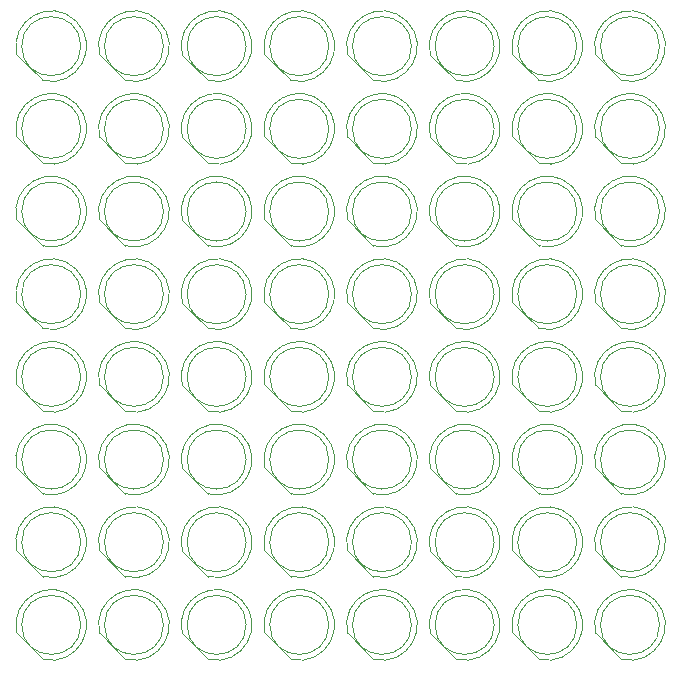
<source format=gbr>
%TF.GenerationSoftware,KiCad,Pcbnew,(5.1.6)-1*%
%TF.CreationDate,2020-05-26T21:01:59-04:00*%
%TF.ProjectId,ArduinoLife2_Display,41726475-696e-46f4-9c69-6665325f4469,rev?*%
%TF.SameCoordinates,Original*%
%TF.FileFunction,Legend,Top*%
%TF.FilePolarity,Positive*%
%FSLAX46Y46*%
G04 Gerber Fmt 4.6, Leading zero omitted, Abs format (unit mm)*
G04 Created by KiCad (PCBNEW (5.1.6)-1) date 2020-05-26 21:01:59*
%MOMM*%
%LPD*%
G01*
G04 APERTURE LIST*
%ADD10C,0.120000*%
G04 APERTURE END LIST*
D10*
%TO.C,D1*%
X101995352Y-81819688D02*
X104180312Y-84004648D01*
X107398026Y-81101974D02*
G75*
G03*
X107398026Y-81101974I-2500000J0D01*
G01*
X107012602Y-78988050D02*
G75*
G03*
X101995472Y-81819808I-2114576J-2113924D01*
G01*
X107011950Y-78987398D02*
G75*
G02*
X104180192Y-84004528I-2113924J-2114576D01*
G01*
%TO.C,D2*%
X114398026Y-81101974D02*
G75*
G03*
X114398026Y-81101974I-2500000J0D01*
G01*
X108995352Y-81819688D02*
X111180312Y-84004648D01*
X114011950Y-78987398D02*
G75*
G02*
X111180192Y-84004528I-2113924J-2114576D01*
G01*
X114012602Y-78988050D02*
G75*
G03*
X108995472Y-81819808I-2114576J-2113924D01*
G01*
%TO.C,D3*%
X115995352Y-81819688D02*
X118180312Y-84004648D01*
X121398026Y-81101974D02*
G75*
G03*
X121398026Y-81101974I-2500000J0D01*
G01*
X121012602Y-78988050D02*
G75*
G03*
X115995472Y-81819808I-2114576J-2113924D01*
G01*
X121011950Y-78987398D02*
G75*
G02*
X118180192Y-84004528I-2113924J-2114576D01*
G01*
%TO.C,D4*%
X128398026Y-81101974D02*
G75*
G03*
X128398026Y-81101974I-2500000J0D01*
G01*
X122995352Y-81819688D02*
X125180312Y-84004648D01*
X128011950Y-78987398D02*
G75*
G02*
X125180192Y-84004528I-2113924J-2114576D01*
G01*
X128012602Y-78988050D02*
G75*
G03*
X122995472Y-81819808I-2114576J-2113924D01*
G01*
%TO.C,D5*%
X135398026Y-81101974D02*
G75*
G03*
X135398026Y-81101974I-2500000J0D01*
G01*
X129995352Y-81819688D02*
X132180312Y-84004648D01*
X135011950Y-78987398D02*
G75*
G02*
X132180192Y-84004528I-2113924J-2114576D01*
G01*
X135012602Y-78988050D02*
G75*
G03*
X129995472Y-81819808I-2114576J-2113924D01*
G01*
%TO.C,D6*%
X136995352Y-81819688D02*
X139180312Y-84004648D01*
X142398026Y-81101974D02*
G75*
G03*
X142398026Y-81101974I-2500000J0D01*
G01*
X142012602Y-78988050D02*
G75*
G03*
X136995472Y-81819808I-2114576J-2113924D01*
G01*
X142011950Y-78987398D02*
G75*
G02*
X139180192Y-84004528I-2113924J-2114576D01*
G01*
%TO.C,D7*%
X143995352Y-81819688D02*
X146180312Y-84004648D01*
X149398026Y-81101974D02*
G75*
G03*
X149398026Y-81101974I-2500000J0D01*
G01*
X149012602Y-78988050D02*
G75*
G03*
X143995472Y-81819808I-2114576J-2113924D01*
G01*
X149011950Y-78987398D02*
G75*
G02*
X146180192Y-84004528I-2113924J-2114576D01*
G01*
%TO.C,D8*%
X156398026Y-81101974D02*
G75*
G03*
X156398026Y-81101974I-2500000J0D01*
G01*
X150995352Y-81819688D02*
X153180312Y-84004648D01*
X156011950Y-78987398D02*
G75*
G02*
X153180192Y-84004528I-2113924J-2114576D01*
G01*
X156012602Y-78988050D02*
G75*
G03*
X150995472Y-81819808I-2114576J-2113924D01*
G01*
%TO.C,D9*%
X101995352Y-88819688D02*
X104180312Y-91004648D01*
X107398026Y-88101974D02*
G75*
G03*
X107398026Y-88101974I-2500000J0D01*
G01*
X107012602Y-85988050D02*
G75*
G03*
X101995472Y-88819808I-2114576J-2113924D01*
G01*
X107011950Y-85987398D02*
G75*
G02*
X104180192Y-91004528I-2113924J-2114576D01*
G01*
%TO.C,D10*%
X114398026Y-88101974D02*
G75*
G03*
X114398026Y-88101974I-2500000J0D01*
G01*
X108995352Y-88819688D02*
X111180312Y-91004648D01*
X114011950Y-85987398D02*
G75*
G02*
X111180192Y-91004528I-2113924J-2114576D01*
G01*
X114012602Y-85988050D02*
G75*
G03*
X108995472Y-88819808I-2114576J-2113924D01*
G01*
%TO.C,D11*%
X115995352Y-88819688D02*
X118180312Y-91004648D01*
X121398026Y-88101974D02*
G75*
G03*
X121398026Y-88101974I-2500000J0D01*
G01*
X121012602Y-85988050D02*
G75*
G03*
X115995472Y-88819808I-2114576J-2113924D01*
G01*
X121011950Y-85987398D02*
G75*
G02*
X118180192Y-91004528I-2113924J-2114576D01*
G01*
%TO.C,D12*%
X128398026Y-88101974D02*
G75*
G03*
X128398026Y-88101974I-2500000J0D01*
G01*
X122995352Y-88819688D02*
X125180312Y-91004648D01*
X128011950Y-85987398D02*
G75*
G02*
X125180192Y-91004528I-2113924J-2114576D01*
G01*
X128012602Y-85988050D02*
G75*
G03*
X122995472Y-88819808I-2114576J-2113924D01*
G01*
%TO.C,D13*%
X129995352Y-88819688D02*
X132180312Y-91004648D01*
X135398026Y-88101974D02*
G75*
G03*
X135398026Y-88101974I-2500000J0D01*
G01*
X135012602Y-85988050D02*
G75*
G03*
X129995472Y-88819808I-2114576J-2113924D01*
G01*
X135011950Y-85987398D02*
G75*
G02*
X132180192Y-91004528I-2113924J-2114576D01*
G01*
%TO.C,D14*%
X142398026Y-88101974D02*
G75*
G03*
X142398026Y-88101974I-2500000J0D01*
G01*
X136995352Y-88819688D02*
X139180312Y-91004648D01*
X142011950Y-85987398D02*
G75*
G02*
X139180192Y-91004528I-2113924J-2114576D01*
G01*
X142012602Y-85988050D02*
G75*
G03*
X136995472Y-88819808I-2114576J-2113924D01*
G01*
%TO.C,D15*%
X143995352Y-88819688D02*
X146180312Y-91004648D01*
X149398026Y-88101974D02*
G75*
G03*
X149398026Y-88101974I-2500000J0D01*
G01*
X149012602Y-85988050D02*
G75*
G03*
X143995472Y-88819808I-2114576J-2113924D01*
G01*
X149011950Y-85987398D02*
G75*
G02*
X146180192Y-91004528I-2113924J-2114576D01*
G01*
%TO.C,D16*%
X156398026Y-88101974D02*
G75*
G03*
X156398026Y-88101974I-2500000J0D01*
G01*
X150995352Y-88819688D02*
X153180312Y-91004648D01*
X156011950Y-85987398D02*
G75*
G02*
X153180192Y-91004528I-2113924J-2114576D01*
G01*
X156012602Y-85988050D02*
G75*
G03*
X150995472Y-88819808I-2114576J-2113924D01*
G01*
%TO.C,D17*%
X101995352Y-95819688D02*
X104180312Y-98004648D01*
X107398026Y-95101974D02*
G75*
G03*
X107398026Y-95101974I-2500000J0D01*
G01*
X107012602Y-92988050D02*
G75*
G03*
X101995472Y-95819808I-2114576J-2113924D01*
G01*
X107011950Y-92987398D02*
G75*
G02*
X104180192Y-98004528I-2113924J-2114576D01*
G01*
%TO.C,D18*%
X114398026Y-95101974D02*
G75*
G03*
X114398026Y-95101974I-2500000J0D01*
G01*
X108995352Y-95819688D02*
X111180312Y-98004648D01*
X114011950Y-92987398D02*
G75*
G02*
X111180192Y-98004528I-2113924J-2114576D01*
G01*
X114012602Y-92988050D02*
G75*
G03*
X108995472Y-95819808I-2114576J-2113924D01*
G01*
%TO.C,D19*%
X115995352Y-95819688D02*
X118180312Y-98004648D01*
X121398026Y-95101974D02*
G75*
G03*
X121398026Y-95101974I-2500000J0D01*
G01*
X121012602Y-92988050D02*
G75*
G03*
X115995472Y-95819808I-2114576J-2113924D01*
G01*
X121011950Y-92987398D02*
G75*
G02*
X118180192Y-98004528I-2113924J-2114576D01*
G01*
%TO.C,D20*%
X128398026Y-95101974D02*
G75*
G03*
X128398026Y-95101974I-2500000J0D01*
G01*
X122995352Y-95819688D02*
X125180312Y-98004648D01*
X128011950Y-92987398D02*
G75*
G02*
X125180192Y-98004528I-2113924J-2114576D01*
G01*
X128012602Y-92988050D02*
G75*
G03*
X122995472Y-95819808I-2114576J-2113924D01*
G01*
%TO.C,D21*%
X135398026Y-95101974D02*
G75*
G03*
X135398026Y-95101974I-2500000J0D01*
G01*
X129995352Y-95819688D02*
X132180312Y-98004648D01*
X135011950Y-92987398D02*
G75*
G02*
X132180192Y-98004528I-2113924J-2114576D01*
G01*
X135012602Y-92988050D02*
G75*
G03*
X129995472Y-95819808I-2114576J-2113924D01*
G01*
%TO.C,D22*%
X136995352Y-95819688D02*
X139180312Y-98004648D01*
X142398026Y-95101974D02*
G75*
G03*
X142398026Y-95101974I-2500000J0D01*
G01*
X142012602Y-92988050D02*
G75*
G03*
X136995472Y-95819808I-2114576J-2113924D01*
G01*
X142011950Y-92987398D02*
G75*
G02*
X139180192Y-98004528I-2113924J-2114576D01*
G01*
%TO.C,D23*%
X143995352Y-95819688D02*
X146180312Y-98004648D01*
X149398026Y-95101974D02*
G75*
G03*
X149398026Y-95101974I-2500000J0D01*
G01*
X149012602Y-92988050D02*
G75*
G03*
X143995472Y-95819808I-2114576J-2113924D01*
G01*
X149011950Y-92987398D02*
G75*
G02*
X146180192Y-98004528I-2113924J-2114576D01*
G01*
%TO.C,D24*%
X156398026Y-95101974D02*
G75*
G03*
X156398026Y-95101974I-2500000J0D01*
G01*
X150995352Y-95819688D02*
X153180312Y-98004648D01*
X156011950Y-92987398D02*
G75*
G02*
X153180192Y-98004528I-2113924J-2114576D01*
G01*
X156012602Y-92988050D02*
G75*
G03*
X150995472Y-95819808I-2114576J-2113924D01*
G01*
%TO.C,D25*%
X101995352Y-102819688D02*
X104180312Y-105004648D01*
X107398026Y-102101974D02*
G75*
G03*
X107398026Y-102101974I-2500000J0D01*
G01*
X107012602Y-99988050D02*
G75*
G03*
X101995472Y-102819808I-2114576J-2113924D01*
G01*
X107011950Y-99987398D02*
G75*
G02*
X104180192Y-105004528I-2113924J-2114576D01*
G01*
%TO.C,D26*%
X114398026Y-102101974D02*
G75*
G03*
X114398026Y-102101974I-2500000J0D01*
G01*
X108995352Y-102819688D02*
X111180312Y-105004648D01*
X114011950Y-99987398D02*
G75*
G02*
X111180192Y-105004528I-2113924J-2114576D01*
G01*
X114012602Y-99988050D02*
G75*
G03*
X108995472Y-102819808I-2114576J-2113924D01*
G01*
%TO.C,D27*%
X115995352Y-102819688D02*
X118180312Y-105004648D01*
X121398026Y-102101974D02*
G75*
G03*
X121398026Y-102101974I-2500000J0D01*
G01*
X121012602Y-99988050D02*
G75*
G03*
X115995472Y-102819808I-2114576J-2113924D01*
G01*
X121011950Y-99987398D02*
G75*
G02*
X118180192Y-105004528I-2113924J-2114576D01*
G01*
%TO.C,D28*%
X122995352Y-102819688D02*
X125180312Y-105004648D01*
X128398026Y-102101974D02*
G75*
G03*
X128398026Y-102101974I-2500000J0D01*
G01*
X128012602Y-99988050D02*
G75*
G03*
X122995472Y-102819808I-2114576J-2113924D01*
G01*
X128011950Y-99987398D02*
G75*
G02*
X125180192Y-105004528I-2113924J-2114576D01*
G01*
%TO.C,D29*%
X129995352Y-102819688D02*
X132180312Y-105004648D01*
X135398026Y-102101974D02*
G75*
G03*
X135398026Y-102101974I-2500000J0D01*
G01*
X135012602Y-99988050D02*
G75*
G03*
X129995472Y-102819808I-2114576J-2113924D01*
G01*
X135011950Y-99987398D02*
G75*
G02*
X132180192Y-105004528I-2113924J-2114576D01*
G01*
%TO.C,D30*%
X142398026Y-102101974D02*
G75*
G03*
X142398026Y-102101974I-2500000J0D01*
G01*
X136995352Y-102819688D02*
X139180312Y-105004648D01*
X142011950Y-99987398D02*
G75*
G02*
X139180192Y-105004528I-2113924J-2114576D01*
G01*
X142012602Y-99988050D02*
G75*
G03*
X136995472Y-102819808I-2114576J-2113924D01*
G01*
%TO.C,D31*%
X143995352Y-102819688D02*
X146180312Y-105004648D01*
X149398026Y-102101974D02*
G75*
G03*
X149398026Y-102101974I-2500000J0D01*
G01*
X149012602Y-99988050D02*
G75*
G03*
X143995472Y-102819808I-2114576J-2113924D01*
G01*
X149011950Y-99987398D02*
G75*
G02*
X146180192Y-105004528I-2113924J-2114576D01*
G01*
%TO.C,D32*%
X156398026Y-102101974D02*
G75*
G03*
X156398026Y-102101974I-2500000J0D01*
G01*
X150995352Y-102819688D02*
X153180312Y-105004648D01*
X156011950Y-99987398D02*
G75*
G02*
X153180192Y-105004528I-2113924J-2114576D01*
G01*
X156012602Y-99988050D02*
G75*
G03*
X150995472Y-102819808I-2114576J-2113924D01*
G01*
%TO.C,D33*%
X101995352Y-109819688D02*
X104180312Y-112004648D01*
X107398026Y-109101974D02*
G75*
G03*
X107398026Y-109101974I-2500000J0D01*
G01*
X107012602Y-106988050D02*
G75*
G03*
X101995472Y-109819808I-2114576J-2113924D01*
G01*
X107011950Y-106987398D02*
G75*
G02*
X104180192Y-112004528I-2113924J-2114576D01*
G01*
%TO.C,D34*%
X114398026Y-109101974D02*
G75*
G03*
X114398026Y-109101974I-2500000J0D01*
G01*
X108995352Y-109819688D02*
X111180312Y-112004648D01*
X114011950Y-106987398D02*
G75*
G02*
X111180192Y-112004528I-2113924J-2114576D01*
G01*
X114012602Y-106988050D02*
G75*
G03*
X108995472Y-109819808I-2114576J-2113924D01*
G01*
%TO.C,D35*%
X115995352Y-109819688D02*
X118180312Y-112004648D01*
X121398026Y-109101974D02*
G75*
G03*
X121398026Y-109101974I-2500000J0D01*
G01*
X121012602Y-106988050D02*
G75*
G03*
X115995472Y-109819808I-2114576J-2113924D01*
G01*
X121011950Y-106987398D02*
G75*
G02*
X118180192Y-112004528I-2113924J-2114576D01*
G01*
%TO.C,D36*%
X128398026Y-109101974D02*
G75*
G03*
X128398026Y-109101974I-2500000J0D01*
G01*
X122995352Y-109819688D02*
X125180312Y-112004648D01*
X128011950Y-106987398D02*
G75*
G02*
X125180192Y-112004528I-2113924J-2114576D01*
G01*
X128012602Y-106988050D02*
G75*
G03*
X122995472Y-109819808I-2114576J-2113924D01*
G01*
%TO.C,D37*%
X135398026Y-109101974D02*
G75*
G03*
X135398026Y-109101974I-2500000J0D01*
G01*
X129995352Y-109819688D02*
X132180312Y-112004648D01*
X135011950Y-106987398D02*
G75*
G02*
X132180192Y-112004528I-2113924J-2114576D01*
G01*
X135012602Y-106988050D02*
G75*
G03*
X129995472Y-109819808I-2114576J-2113924D01*
G01*
%TO.C,D38*%
X142398026Y-109101974D02*
G75*
G03*
X142398026Y-109101974I-2500000J0D01*
G01*
X136995352Y-109819688D02*
X139180312Y-112004648D01*
X142011950Y-106987398D02*
G75*
G02*
X139180192Y-112004528I-2113924J-2114576D01*
G01*
X142012602Y-106988050D02*
G75*
G03*
X136995472Y-109819808I-2114576J-2113924D01*
G01*
%TO.C,D39*%
X143995352Y-109819688D02*
X146180312Y-112004648D01*
X149398026Y-109101974D02*
G75*
G03*
X149398026Y-109101974I-2500000J0D01*
G01*
X149012602Y-106988050D02*
G75*
G03*
X143995472Y-109819808I-2114576J-2113924D01*
G01*
X149011950Y-106987398D02*
G75*
G02*
X146180192Y-112004528I-2113924J-2114576D01*
G01*
%TO.C,D40*%
X156398026Y-109101974D02*
G75*
G03*
X156398026Y-109101974I-2500000J0D01*
G01*
X150995352Y-109819688D02*
X153180312Y-112004648D01*
X156011950Y-106987398D02*
G75*
G02*
X153180192Y-112004528I-2113924J-2114576D01*
G01*
X156012602Y-106988050D02*
G75*
G03*
X150995472Y-109819808I-2114576J-2113924D01*
G01*
%TO.C,D41*%
X101995352Y-116819688D02*
X104180312Y-119004648D01*
X107398026Y-116101974D02*
G75*
G03*
X107398026Y-116101974I-2500000J0D01*
G01*
X107012602Y-113988050D02*
G75*
G03*
X101995472Y-116819808I-2114576J-2113924D01*
G01*
X107011950Y-113987398D02*
G75*
G02*
X104180192Y-119004528I-2113924J-2114576D01*
G01*
%TO.C,D42*%
X114398026Y-116101974D02*
G75*
G03*
X114398026Y-116101974I-2500000J0D01*
G01*
X108995352Y-116819688D02*
X111180312Y-119004648D01*
X114011950Y-113987398D02*
G75*
G02*
X111180192Y-119004528I-2113924J-2114576D01*
G01*
X114012602Y-113988050D02*
G75*
G03*
X108995472Y-116819808I-2114576J-2113924D01*
G01*
%TO.C,D43*%
X115995352Y-116819688D02*
X118180312Y-119004648D01*
X121398026Y-116101974D02*
G75*
G03*
X121398026Y-116101974I-2500000J0D01*
G01*
X121012602Y-113988050D02*
G75*
G03*
X115995472Y-116819808I-2114576J-2113924D01*
G01*
X121011950Y-113987398D02*
G75*
G02*
X118180192Y-119004528I-2113924J-2114576D01*
G01*
%TO.C,D44*%
X128398026Y-116101974D02*
G75*
G03*
X128398026Y-116101974I-2500000J0D01*
G01*
X122995352Y-116819688D02*
X125180312Y-119004648D01*
X128011950Y-113987398D02*
G75*
G02*
X125180192Y-119004528I-2113924J-2114576D01*
G01*
X128012602Y-113988050D02*
G75*
G03*
X122995472Y-116819808I-2114576J-2113924D01*
G01*
%TO.C,D45*%
X129995352Y-116819688D02*
X132180312Y-119004648D01*
X135398026Y-116101974D02*
G75*
G03*
X135398026Y-116101974I-2500000J0D01*
G01*
X135012602Y-113988050D02*
G75*
G03*
X129995472Y-116819808I-2114576J-2113924D01*
G01*
X135011950Y-113987398D02*
G75*
G02*
X132180192Y-119004528I-2113924J-2114576D01*
G01*
%TO.C,D46*%
X142398026Y-116101974D02*
G75*
G03*
X142398026Y-116101974I-2500000J0D01*
G01*
X136995352Y-116819688D02*
X139180312Y-119004648D01*
X142011950Y-113987398D02*
G75*
G02*
X139180192Y-119004528I-2113924J-2114576D01*
G01*
X142012602Y-113988050D02*
G75*
G03*
X136995472Y-116819808I-2114576J-2113924D01*
G01*
%TO.C,D47*%
X143995352Y-116819688D02*
X146180312Y-119004648D01*
X149398026Y-116101974D02*
G75*
G03*
X149398026Y-116101974I-2500000J0D01*
G01*
X149012602Y-113988050D02*
G75*
G03*
X143995472Y-116819808I-2114576J-2113924D01*
G01*
X149011950Y-113987398D02*
G75*
G02*
X146180192Y-119004528I-2113924J-2114576D01*
G01*
%TO.C,D48*%
X156398026Y-116101974D02*
G75*
G03*
X156398026Y-116101974I-2500000J0D01*
G01*
X150995352Y-116819688D02*
X153180312Y-119004648D01*
X156011950Y-113987398D02*
G75*
G02*
X153180192Y-119004528I-2113924J-2114576D01*
G01*
X156012602Y-113988050D02*
G75*
G03*
X150995472Y-116819808I-2114576J-2113924D01*
G01*
%TO.C,D49*%
X101995352Y-123819688D02*
X104180312Y-126004648D01*
X107398026Y-123101974D02*
G75*
G03*
X107398026Y-123101974I-2500000J0D01*
G01*
X107012602Y-120988050D02*
G75*
G03*
X101995472Y-123819808I-2114576J-2113924D01*
G01*
X107011950Y-120987398D02*
G75*
G02*
X104180192Y-126004528I-2113924J-2114576D01*
G01*
%TO.C,D50*%
X114398026Y-123101974D02*
G75*
G03*
X114398026Y-123101974I-2500000J0D01*
G01*
X108995352Y-123819688D02*
X111180312Y-126004648D01*
X114011950Y-120987398D02*
G75*
G02*
X111180192Y-126004528I-2113924J-2114576D01*
G01*
X114012602Y-120988050D02*
G75*
G03*
X108995472Y-123819808I-2114576J-2113924D01*
G01*
%TO.C,D51*%
X115995352Y-123819688D02*
X118180312Y-126004648D01*
X121398026Y-123101974D02*
G75*
G03*
X121398026Y-123101974I-2500000J0D01*
G01*
X121012602Y-120988050D02*
G75*
G03*
X115995472Y-123819808I-2114576J-2113924D01*
G01*
X121011950Y-120987398D02*
G75*
G02*
X118180192Y-126004528I-2113924J-2114576D01*
G01*
%TO.C,D52*%
X128398026Y-123101974D02*
G75*
G03*
X128398026Y-123101974I-2500000J0D01*
G01*
X122995352Y-123819688D02*
X125180312Y-126004648D01*
X128011950Y-120987398D02*
G75*
G02*
X125180192Y-126004528I-2113924J-2114576D01*
G01*
X128012602Y-120988050D02*
G75*
G03*
X122995472Y-123819808I-2114576J-2113924D01*
G01*
%TO.C,D53*%
X129995352Y-123819688D02*
X132180312Y-126004648D01*
X135398026Y-123101974D02*
G75*
G03*
X135398026Y-123101974I-2500000J0D01*
G01*
X135012602Y-120988050D02*
G75*
G03*
X129995472Y-123819808I-2114576J-2113924D01*
G01*
X135011950Y-120987398D02*
G75*
G02*
X132180192Y-126004528I-2113924J-2114576D01*
G01*
%TO.C,D54*%
X142398026Y-123101974D02*
G75*
G03*
X142398026Y-123101974I-2500000J0D01*
G01*
X136995352Y-123819688D02*
X139180312Y-126004648D01*
X142011950Y-120987398D02*
G75*
G02*
X139180192Y-126004528I-2113924J-2114576D01*
G01*
X142012602Y-120988050D02*
G75*
G03*
X136995472Y-123819808I-2114576J-2113924D01*
G01*
%TO.C,D55*%
X143995352Y-123819688D02*
X146180312Y-126004648D01*
X149398026Y-123101974D02*
G75*
G03*
X149398026Y-123101974I-2500000J0D01*
G01*
X149012602Y-120988050D02*
G75*
G03*
X143995472Y-123819808I-2114576J-2113924D01*
G01*
X149011950Y-120987398D02*
G75*
G02*
X146180192Y-126004528I-2113924J-2114576D01*
G01*
%TO.C,D56*%
X156398026Y-123101974D02*
G75*
G03*
X156398026Y-123101974I-2500000J0D01*
G01*
X150995352Y-123819688D02*
X153180312Y-126004648D01*
X156011950Y-120987398D02*
G75*
G02*
X153180192Y-126004528I-2113924J-2114576D01*
G01*
X156012602Y-120988050D02*
G75*
G03*
X150995472Y-123819808I-2114576J-2113924D01*
G01*
%TO.C,D57*%
X101995352Y-130819688D02*
X104180312Y-133004648D01*
X107398026Y-130101974D02*
G75*
G03*
X107398026Y-130101974I-2500000J0D01*
G01*
X107012602Y-127988050D02*
G75*
G03*
X101995472Y-130819808I-2114576J-2113924D01*
G01*
X107011950Y-127987398D02*
G75*
G02*
X104180192Y-133004528I-2113924J-2114576D01*
G01*
%TO.C,D58*%
X114398026Y-130101974D02*
G75*
G03*
X114398026Y-130101974I-2500000J0D01*
G01*
X108995352Y-130819688D02*
X111180312Y-133004648D01*
X114011950Y-127987398D02*
G75*
G02*
X111180192Y-133004528I-2113924J-2114576D01*
G01*
X114012602Y-127988050D02*
G75*
G03*
X108995472Y-130819808I-2114576J-2113924D01*
G01*
%TO.C,D59*%
X115995352Y-130819688D02*
X118180312Y-133004648D01*
X121398026Y-130101974D02*
G75*
G03*
X121398026Y-130101974I-2500000J0D01*
G01*
X121012602Y-127988050D02*
G75*
G03*
X115995472Y-130819808I-2114576J-2113924D01*
G01*
X121011950Y-127987398D02*
G75*
G02*
X118180192Y-133004528I-2113924J-2114576D01*
G01*
%TO.C,D60*%
X128398026Y-130101974D02*
G75*
G03*
X128398026Y-130101974I-2500000J0D01*
G01*
X122995352Y-130819688D02*
X125180312Y-133004648D01*
X128011950Y-127987398D02*
G75*
G02*
X125180192Y-133004528I-2113924J-2114576D01*
G01*
X128012602Y-127988050D02*
G75*
G03*
X122995472Y-130819808I-2114576J-2113924D01*
G01*
%TO.C,D61*%
X129995352Y-130819688D02*
X132180312Y-133004648D01*
X135398026Y-130101974D02*
G75*
G03*
X135398026Y-130101974I-2500000J0D01*
G01*
X135012602Y-127988050D02*
G75*
G03*
X129995472Y-130819808I-2114576J-2113924D01*
G01*
X135011950Y-127987398D02*
G75*
G02*
X132180192Y-133004528I-2113924J-2114576D01*
G01*
%TO.C,D62*%
X142398026Y-130101974D02*
G75*
G03*
X142398026Y-130101974I-2500000J0D01*
G01*
X136995352Y-130819688D02*
X139180312Y-133004648D01*
X142011950Y-127987398D02*
G75*
G02*
X139180192Y-133004528I-2113924J-2114576D01*
G01*
X142012602Y-127988050D02*
G75*
G03*
X136995472Y-130819808I-2114576J-2113924D01*
G01*
%TO.C,D63*%
X143995352Y-130819688D02*
X146180312Y-133004648D01*
X149398026Y-130101974D02*
G75*
G03*
X149398026Y-130101974I-2500000J0D01*
G01*
X149012602Y-127988050D02*
G75*
G03*
X143995472Y-130819808I-2114576J-2113924D01*
G01*
X149011950Y-127987398D02*
G75*
G02*
X146180192Y-133004528I-2113924J-2114576D01*
G01*
%TO.C,D64*%
X156398026Y-130101974D02*
G75*
G03*
X156398026Y-130101974I-2500000J0D01*
G01*
X150995352Y-130819688D02*
X153180312Y-133004648D01*
X156011950Y-127987398D02*
G75*
G02*
X153180192Y-133004528I-2113924J-2114576D01*
G01*
X156012602Y-127988050D02*
G75*
G03*
X150995472Y-130819808I-2114576J-2113924D01*
G01*
%TD*%
M02*

</source>
